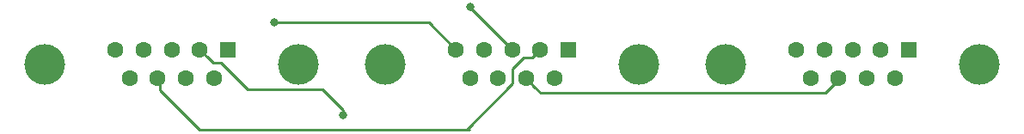
<source format=gbl>
G04 #@! TF.GenerationSoftware,KiCad,Pcbnew,(5.1.2)-2*
G04 #@! TF.CreationDate,2019-11-27T23:52:17-06:00*
G04 #@! TF.ProjectId,ti99-joystick,74693939-2d6a-46f7-9973-7469636b2e6b,rev?*
G04 #@! TF.SameCoordinates,Original*
G04 #@! TF.FileFunction,Copper,L2,Bot*
G04 #@! TF.FilePolarity,Positive*
%FSLAX46Y46*%
G04 Gerber Fmt 4.6, Leading zero omitted, Abs format (unit mm)*
G04 Created by KiCad (PCBNEW (5.1.2)-2) date 2019-11-27 23:52:17*
%MOMM*%
%LPD*%
G04 APERTURE LIST*
%ADD10R,1.600000X1.600000*%
%ADD11C,1.600000*%
%ADD12C,4.000000*%
%ADD13C,0.800000*%
%ADD14C,0.250000*%
G04 APERTURE END LIST*
D10*
X135509000Y-75946000D03*
D11*
X132739000Y-75946000D03*
X129969000Y-75946000D03*
X127199000Y-75946000D03*
X124429000Y-75946000D03*
X134124000Y-78786000D03*
X131354000Y-78786000D03*
X128584000Y-78786000D03*
X125814000Y-78786000D03*
D12*
X117469000Y-77366000D03*
X142469000Y-77366000D03*
X83941000Y-77366000D03*
X108941000Y-77366000D03*
D11*
X92286000Y-78786000D03*
X95056000Y-78786000D03*
X97826000Y-78786000D03*
X100596000Y-78786000D03*
X90901000Y-75946000D03*
X93671000Y-75946000D03*
X96441000Y-75946000D03*
X99211000Y-75946000D03*
D10*
X101981000Y-75946000D03*
X169037000Y-75946000D03*
D11*
X166267000Y-75946000D03*
X163497000Y-75946000D03*
X160727000Y-75946000D03*
X157957000Y-75946000D03*
X167652000Y-78786000D03*
X164882000Y-78786000D03*
X162112000Y-78786000D03*
X159342000Y-78786000D03*
D12*
X175997000Y-77366000D03*
X150997000Y-77366000D03*
D13*
X125857000Y-71755000D03*
X106553000Y-73279000D03*
X113284000Y-82423000D03*
D14*
X95310000Y-79917370D02*
X99212630Y-83820000D01*
X95310000Y-78786000D02*
X95310000Y-79917370D01*
X131939001Y-76745999D02*
X132739000Y-75946000D01*
X131130003Y-76745999D02*
X131939001Y-76745999D01*
X130028999Y-77847003D02*
X131130003Y-76745999D01*
X130028999Y-79302003D02*
X130028999Y-77847003D01*
X125511002Y-83820000D02*
X130028999Y-79302003D01*
X125476000Y-83820000D02*
X125511002Y-83820000D01*
X125476000Y-83820000D02*
X125735000Y-83820000D01*
X99212630Y-83820000D02*
X125476000Y-83820000D01*
X132153999Y-79585999D02*
X131354000Y-78786000D01*
X132806001Y-80238001D02*
X132153999Y-79585999D01*
X160786999Y-80238001D02*
X132806001Y-80238001D01*
X162112000Y-78913000D02*
X160786999Y-80238001D01*
X129969000Y-75946000D02*
X125857000Y-71834000D01*
X125857000Y-71834000D02*
X125857000Y-71755000D01*
X124429000Y-75946000D02*
X121762000Y-73279000D01*
X121762000Y-73279000D02*
X106553000Y-73279000D01*
X100010999Y-76745999D02*
X99211000Y-75946000D01*
X100536001Y-77271001D02*
X100010999Y-76745999D01*
X101274001Y-77271001D02*
X100536001Y-77271001D01*
X103894001Y-79891001D02*
X101274001Y-77271001D01*
X111317686Y-79891001D02*
X103894001Y-79891001D01*
X113284000Y-81857315D02*
X111317686Y-79891001D01*
X113284000Y-82423000D02*
X113284000Y-81857315D01*
M02*

</source>
